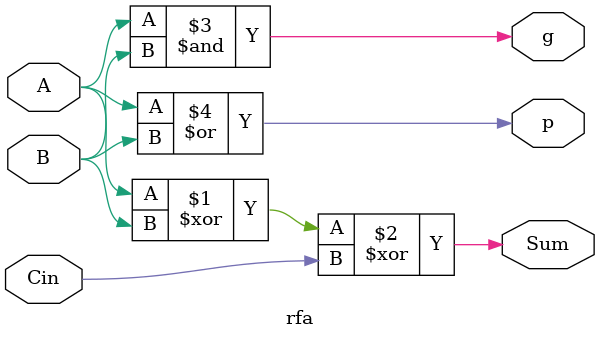
<source format=sv>
module rfa (g, p, Sum, A, B, Cin);

   input logic A;
   input logic B;
   input logic Cin;

   output logic g;
   output logic p;
   output logic Sum;

   assign Sum = A ^ B ^ Cin;
   assign g = A & B;
   assign p = A | B;
   
endmodule // rfa

</source>
